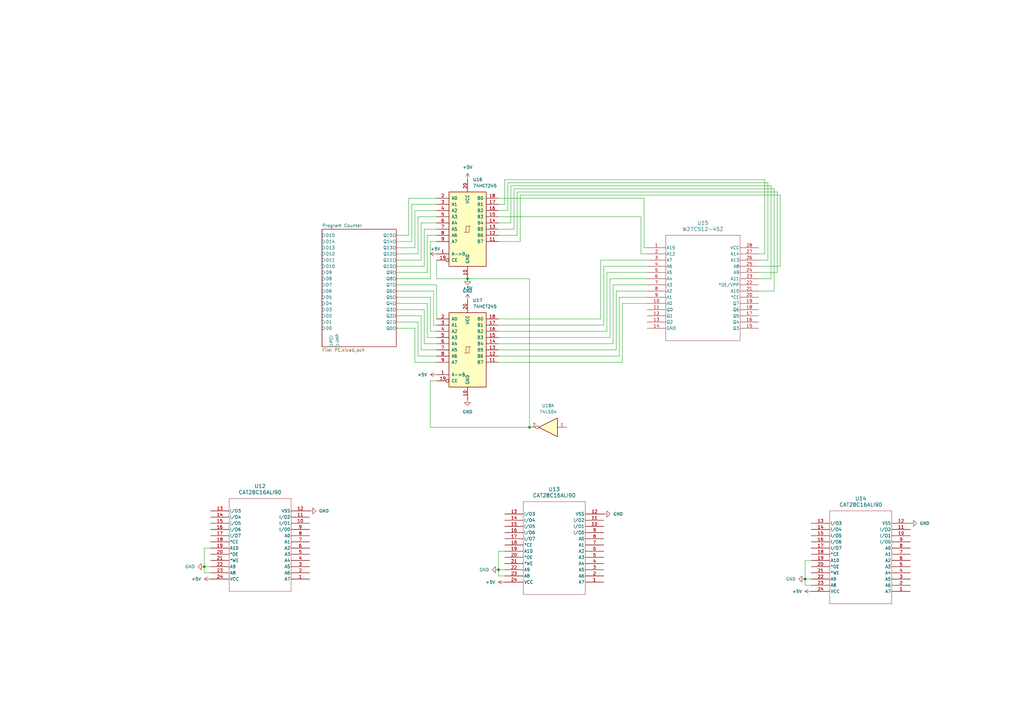
<source format=kicad_sch>
(kicad_sch (version 20231120) (generator "eeschema") (generator_version "8.0")
  (paper "A3")
  (lib_symbols
    (symbol "74xx:74LS04"
      (property "Reference" "U" (at 0 1.27 0))
      (property "Value" "74LS04" (at 0 -1.27 0))
      (symbol "74LS04_1_0"
        (polyline (pts (xy -3.81 3.81) (xy -3.81 -3.81) (xy 3.81 0) (xy -3.81 3.81)) (stroke (width 0.254)) (fill (type background)))
        (pin input line (at -7.62 0 0) (length 3.81) (name "~") (number "1"))
        (pin output inverted (at 7.62 0 180) (length 3.81) (name "~") (number "2"))
      )
      (symbol "74LS04_2_0"
        (polyline (pts (xy -3.81 3.81) (xy -3.81 -3.81) (xy 3.81 0) (xy -3.81 3.81)) (stroke (width 0.254)) (fill (type background)))
        (pin input line (at -7.62 0 0) (length 3.81) (name "~") (number "3"))
        (pin output inverted (at 7.62 0 180) (length 3.81) (name "~") (number "4"))
      )
      (symbol "74LS04_3_0"
        (polyline (pts (xy -3.81 3.81) (xy -3.81 -3.81) (xy 3.81 0) (xy -3.81 3.81)) (stroke (width 0.254)) (fill (type background)))
        (pin input line (at -7.62 0 0) (length 3.81) (name "~") (number "5"))
        (pin output inverted (at 7.62 0 180) (length 3.81) (name "~") (number "6"))
      )
      (symbol "74LS04_4_0"
        (polyline (pts (xy -3.81 3.81) (xy -3.81 -3.81) (xy 3.81 0) (xy -3.81 3.81)) (stroke (width 0.254)) (fill (type background)))
        (pin output inverted (at 7.62 0 180) (length 3.81) (name "~") (number "8"))
        (pin input line (at -7.62 0 0) (length 3.81) (name "~") (number "9"))
      )
      (symbol "74LS04_5_0"
        (polyline (pts (xy -3.81 3.81) (xy -3.81 -3.81) (xy 3.81 0) (xy -3.81 3.81)) (stroke (width 0.254)) (fill (type background)))
        (pin output inverted (at 7.62 0 180) (length 3.81) (name "~") (number "10"))
        (pin input line (at -7.62 0 0) (length 3.81) (name "~") (number "11"))
      )
      (symbol "74LS04_6_0"
        (polyline (pts (xy -3.81 3.81) (xy -3.81 -3.81) (xy 3.81 0) (xy -3.81 3.81)) (stroke (width 0.254)) (fill (type background)))
        (pin output inverted (at 7.62 0 180) (length 3.81) (name "~") (number "12"))
        (pin input line (at -7.62 0 0) (length 3.81) (name "~") (number "13"))
      )
      (symbol "74LS04_7_0"
        (pin power_in line (at 0 12.7 270) (length 5.08) (name "VCC") (number "14"))
        (pin power_in line (at 0 -12.7 90) (length 5.08) (name "GND") (number "7"))
      )
      (symbol "74LS04_7_1"
        (rectangle (start -5.08 7.62) (end 5.08 -7.62) (stroke (width 0.254)) (fill (type background)))
      )
    )
    (symbol "74xx:74LS245" (pin_names (offset 1.016))
      (property "Reference" "U" (at -7.62 16.51 0))
      (property "Value" "74LS245" (at -7.62 -16.51 0))
      (symbol "74LS245_1_0"
        (polyline (pts (xy -0.635 -1.27) (xy -0.635 1.27) (xy 0.635 1.27)))
        (polyline (pts (xy -1.27 -1.27) (xy 0.635 -1.27) (xy 0.635 1.27) (xy 1.27 1.27)))
        (pin input line (at -12.7 -10.16 0) (length 5.08) (name "A->B") (number "1"))
        (pin power_in line (at 0 -20.32 90) (length 5.08) (name "GND") (number "10"))
        (pin tri_state line (at 12.7 -5.08 180) (length 5.08) (name "B7") (number "11"))
        (pin tri_state line (at 12.7 -2.54 180) (length 5.08) (name "B6") (number "12"))
        (pin tri_state line (at 12.7 0 180) (length 5.08) (name "B5") (number "13"))
        (pin tri_state line (at 12.7 2.54 180) (length 5.08) (name "B4") (number "14"))
        (pin tri_state line (at 12.7 5.08 180) (length 5.08) (name "B3") (number "15"))
        (pin tri_state line (at 12.7 7.62 180) (length 5.08) (name "B2") (number "16"))
        (pin tri_state line (at 12.7 10.16 180) (length 5.08) (name "B1") (number "17"))
        (pin tri_state line (at 12.7 12.7 180) (length 5.08) (name "B0") (number "18"))
        (pin input inverted (at -12.7 -12.7 0) (length 5.08) (name "CE") (number "19"))
        (pin tri_state line (at -12.7 12.7 0) (length 5.08) (name "A0") (number "2"))
        (pin power_in line (at 0 20.32 270) (length 5.08) (name "VCC") (number "20"))
        (pin tri_state line (at -12.7 10.16 0) (length 5.08) (name "A1") (number "3"))
        (pin tri_state line (at -12.7 7.62 0) (length 5.08) (name "A2") (number "4"))
        (pin tri_state line (at -12.7 5.08 0) (length 5.08) (name "A3") (number "5"))
        (pin tri_state line (at -12.7 2.54 0) (length 5.08) (name "A4") (number "6"))
        (pin tri_state line (at -12.7 0 0) (length 5.08) (name "A5") (number "7"))
        (pin tri_state line (at -12.7 -2.54 0) (length 5.08) (name "A6") (number "8"))
        (pin tri_state line (at -12.7 -5.08 0) (length 5.08) (name "A7") (number "9"))
      )
      (symbol "74LS245_1_1"
        (rectangle (start -7.62 15.24) (end 7.62 -15.24) (stroke (width 0.254)) (fill (type background)))
      )
    )
    (symbol "CAT28C16AL:CAT28C16ALI90" (pin_names (offset 0.254))
      (property "Reference" "U" (at 20.32 10.16 0))
      (property "Value" "CAT28C16ALI90" (at 20.32 7.62 0))
      (symbol "CAT28C16ALI90_0_1"
        (polyline (pts (xy 7.62 -33.02) (xy 33.02 -33.02)) (stroke (width 0.127)))
        (polyline (pts (xy 7.62 5.08) (xy 7.62 -33.02)) (stroke (width 0.127)))
        (polyline (pts (xy 33.02 -33.02) (xy 33.02 5.08)) (stroke (width 0.127)))
        (polyline (pts (xy 33.02 5.08) (xy 7.62 5.08)) (stroke (width 0.127)))
        (pin input line (at 0 0 0) (length 7.62) (name "A7") (number "1"))
        (pin bidirectional line (at 0 -22.86 0) (length 7.62) (name "I/O1") (number "10"))
        (pin bidirectional line (at 0 -25.4 0) (length 7.62) (name "I/O2") (number "11"))
        (pin power_in line (at 0 -27.94 0) (length 7.62) (name "VSS") (number "12"))
        (pin bidirectional line (at 40.64 -27.94 180) (length 7.62) (name "I/O3") (number "13"))
        (pin bidirectional line (at 40.64 -25.4 180) (length 7.62) (name "I/O4") (number "14"))
        (pin bidirectional line (at 40.64 -22.86 180) (length 7.62) (name "I/O5") (number "15"))
        (pin bidirectional line (at 40.64 -20.32 180) (length 7.62) (name "I/O6") (number "16"))
        (pin bidirectional line (at 40.64 -17.78 180) (length 7.62) (name "I/O7") (number "17"))
        (pin unspecified line (at 40.64 -15.24 180) (length 7.62) (name "*CE") (number "18"))
        (pin input line (at 40.64 -12.7 180) (length 7.62) (name "A10") (number "19"))
        (pin input line (at 0 -2.54 0) (length 7.62) (name "A6") (number "2"))
        (pin output line (at 40.64 -10.16 180) (length 7.62) (name "*OE") (number "20"))
        (pin unspecified line (at 40.64 -7.62 180) (length 7.62) (name "*WE") (number "21"))
        (pin input line (at 40.64 -5.08 180) (length 7.62) (name "A9") (number "22"))
        (pin input line (at 40.64 -2.54 180) (length 7.62) (name "A8") (number "23"))
        (pin power_in line (at 40.64 0 180) (length 7.62) (name "VCC") (number "24"))
        (pin input line (at 0 -5.08 0) (length 7.62) (name "A5") (number "3"))
        (pin input line (at 0 -7.62 0) (length 7.62) (name "A4") (number "4"))
        (pin input line (at 0 -10.16 0) (length 7.62) (name "A3") (number "5"))
        (pin input line (at 0 -12.7 0) (length 7.62) (name "A2") (number "6"))
        (pin input line (at 0 -15.24 0) (length 7.62) (name "A1") (number "7"))
        (pin input line (at 0 -17.78 0) (length 7.62) (name "A0") (number "8"))
        (pin bidirectional line (at 0 -20.32 0) (length 7.62) (name "I/O0") (number "9"))
      )
    )
    (symbol "W27C512:W27C512-45Z" (pin_names (offset 0.254))
      (property "Reference" "U" (at 22.86 10.16 0))
      (property "Value" "W27C512-45Z" (at 22.86 7.62 0))
      (symbol "W27C512-45Z_0_1"
        (polyline (pts (xy 7.62 -38.1) (xy 38.1 -38.1)) (stroke (width 0.127)))
        (polyline (pts (xy 7.62 5.08) (xy 7.62 -38.1)) (stroke (width 0.127)))
        (polyline (pts (xy 38.1 -38.1) (xy 38.1 5.08)) (stroke (width 0.127)))
        (polyline (pts (xy 38.1 5.08) (xy 7.62 5.08)) (stroke (width 0.127)))
        (pin input line (at 0 0 0) (length 7.62) (name "A15") (number "1"))
        (pin input line (at 0 -22.86 0) (length 7.62) (name "A0") (number "10"))
        (pin bidirectional line (at 0 -25.4 0) (length 7.62) (name "Q0") (number "11"))
        (pin bidirectional line (at 0 -27.94 0) (length 7.62) (name "Q1") (number "12"))
        (pin bidirectional line (at 0 -30.48 0) (length 7.62) (name "Q2") (number "13"))
        (pin power_out line (at 0 -33.02 0) (length 7.62) (name "GND") (number "14"))
        (pin bidirectional line (at 45.72 -33.02 180) (length 7.62) (name "Q3") (number "15"))
        (pin bidirectional line (at 45.72 -30.48 180) (length 7.62) (name "Q4") (number "16"))
        (pin bidirectional line (at 45.72 -27.94 180) (length 7.62) (name "Q5") (number "17"))
        (pin bidirectional line (at 45.72 -25.4 180) (length 7.62) (name "Q6") (number "18"))
        (pin bidirectional line (at 45.72 -22.86 180) (length 7.62) (name "Q7") (number "19"))
        (pin input line (at 0 -2.54 0) (length 7.62) (name "A12") (number "2"))
        (pin unspecified line (at 45.72 -20.32 180) (length 7.62) (name "*CE") (number "20"))
        (pin input line (at 45.72 -17.78 180) (length 7.62) (name "A10") (number "21"))
        (pin unspecified line (at 45.72 -15.24 180) (length 7.62) (name "*OE/VPP") (number "22"))
        (pin input line (at 45.72 -12.7 180) (length 7.62) (name "A11") (number "23"))
        (pin input line (at 45.72 -10.16 180) (length 7.62) (name "A9") (number "24"))
        (pin input line (at 45.72 -7.62 180) (length 7.62) (name "A8") (number "25"))
        (pin input line (at 45.72 -5.08 180) (length 7.62) (name "A13") (number "26"))
        (pin input line (at 45.72 -2.54 180) (length 7.62) (name "A14") (number "27"))
        (pin power_in line (at 45.72 0 180) (length 7.62) (name "VCC") (number "28"))
        (pin input line (at 0 -5.08 0) (length 7.62) (name "A7") (number "3"))
        (pin input line (at 0 -7.62 0) (length 7.62) (name "A6") (number "4"))
        (pin input line (at 0 -10.16 0) (length 7.62) (name "A5") (number "5"))
        (pin input line (at 0 -12.7 0) (length 7.62) (name "A4") (number "6"))
        (pin input line (at 0 -15.24 0) (length 7.62) (name "A3") (number "7"))
        (pin input line (at 0 -17.78 0) (length 7.62) (name "A2") (number "8"))
        (pin input line (at 0 -20.32 0) (length 7.62) (name "A1") (number "9"))
      )
    )
    (symbol "power:+5V" (power) (pin_numbers hide) (pin_names (offset 0) hide)
      (property "Value" "+5V" (at 0 3.556 0))
      (symbol "+5V_0_1"
        (polyline (pts (xy -0.762 1.27) (xy 0 2.54)))
        (polyline (pts (xy 0 0) (xy 0 2.54)))
        (polyline (pts (xy 0 2.54) (xy 0.762 1.27)))
      )
      (symbol "+5V_1_1"
        (pin power_in line (at 0 0 90) (length 0) (name "~") (number "1"))
      )
    )
    (symbol "power:GND" (power) (pin_numbers hide) (pin_names (offset 0) hide)
      (property "Value" "GND" (at 0 -3.81 0))
      (symbol "GND_0_1"
        (polyline (pts (xy 0 0) (xy 0 -1.27) (xy 1.27 -1.27) (xy 0 -2.54) (xy -1.27 -1.27) (xy 0 -1.27)))
      )
      (symbol "GND_1_1"
        (pin power_in line (at 0 0 270) (length 0) (name "~") (number "1"))
      )
    )
  )
  (junction (at 217.17 175.26))
  (junction (at 204.47 233.68))
  (junction (at 191.77 114.3))
  (junction (at 330.2 237.49))
  (junction (at 83.82 232.41))
  (wire (pts (xy 255.27 148.59) (xy 255.27 124.46)))
  (wire (pts (xy 179.07 140.97) (xy 173.99 140.97)))
  (wire (pts (xy 213.36 99.06) (xy 213.36 80.01)))
  (wire (pts (xy 314.96 74.93) (xy 314.96 106.68)))
  (wire (pts (xy 170.18 101.6) (xy 162.56 101.6)))
  (wire (pts (xy 176.53 114.3) (xy 162.56 114.3)))
  (wire (pts (xy 212.09 78.74) (xy 318.77 78.74)))
  (wire (pts (xy 208.28 74.93) (xy 314.96 74.93)))
  (wire (pts (xy 171.45 146.05) (xy 171.45 132.08)))
  (wire (pts (xy 173.99 140.97) (xy 173.99 127)))
  (wire (pts (xy 207.01 73.66) (xy 313.69 73.66)))
  (wire (pts (xy 171.45 132.08) (xy 162.56 132.08)))
  (wire (pts (xy 162.56 116.84) (xy 179.07 116.84)))
  (wire (pts (xy 172.72 91.44) (xy 172.72 106.68)))
  (wire (pts (xy 320.04 80.01) (xy 320.04 109.22)))
  (wire (pts (xy 213.36 80.01) (xy 320.04 80.01)))
  (wire (pts (xy 204.47 86.36) (xy 208.28 86.36)))
  (wire (pts (xy 175.26 138.43) (xy 175.26 124.46)))
  (wire (pts (xy 179.07 93.98) (xy 173.99 93.98)))
  (wire (pts (xy 176.53 121.92) (xy 162.56 121.92)))
  (wire (pts (xy 311.15 119.38) (xy 317.5 119.38)))
  (wire (pts (xy 179.07 148.59) (xy 170.18 148.59)))
  (wire (pts (xy 86.36 224.79) (xy 83.82 224.79)))
  (wire (pts (xy 168.91 99.06) (xy 162.56 99.06)))
  (wire (pts (xy 317.5 77.47) (xy 317.5 119.38)))
  (wire (pts (xy 83.82 234.95) (xy 86.36 234.95)))
  (wire (pts (xy 179.07 91.44) (xy 172.72 91.44)))
  (wire (pts (xy 247.65 133.35) (xy 247.65 109.22)))
  (wire (pts (xy 208.28 86.36) (xy 208.28 74.93)))
  (wire (pts (xy 204.47 148.59) (xy 255.27 148.59)))
  (wire (pts (xy 318.77 78.74) (xy 318.77 111.76)))
  (wire (pts (xy 172.72 143.51) (xy 172.72 129.54)))
  (wire (pts (xy 264.16 81.28) (xy 264.16 101.6)))
  (wire (pts (xy 179.07 138.43) (xy 175.26 138.43)))
  (wire (pts (xy 162.56 106.68) (xy 172.72 106.68)))
  (wire (pts (xy 311.15 106.68) (xy 314.96 106.68)))
  (wire (pts (xy 173.99 93.98) (xy 173.99 109.22)))
  (wire (pts (xy 173.99 109.22) (xy 162.56 109.22)))
  (wire (pts (xy 179.07 133.35) (xy 177.8 133.35)))
  (wire (pts (xy 83.82 232.41) (xy 86.36 232.41)))
  (wire (pts (xy 330.2 240.03) (xy 330.2 237.49)))
  (wire (pts (xy 262.89 104.14) (xy 265.43 104.14)))
  (wire (pts (xy 176.53 99.06) (xy 176.53 114.3)))
  (wire (pts (xy 204.47 233.68) (xy 204.47 236.22)))
  (wire (pts (xy 247.65 109.22) (xy 265.43 109.22)))
  (wire (pts (xy 254 146.05) (xy 254 121.92)))
  (wire (pts (xy 204.47 233.68) (xy 207.01 233.68)))
  (wire (pts (xy 170.18 86.36) (xy 170.18 101.6)))
  (wire (pts (xy 330.2 229.87) (xy 330.2 237.49)))
  (wire (pts (xy 179.07 88.9) (xy 171.45 88.9)))
  (wire (pts (xy 204.47 81.28) (xy 264.16 81.28)))
  (wire (pts (xy 170.18 148.59) (xy 170.18 134.62)))
  (wire (pts (xy 204.47 140.97) (xy 251.46 140.97)))
  (wire (pts (xy 251.46 116.84) (xy 265.43 116.84)))
  (wire (pts (xy 254 121.92) (xy 265.43 121.92)))
  (wire (pts (xy 179.07 114.3) (xy 191.77 114.3)))
  (wire (pts (xy 252.73 143.51) (xy 252.73 119.38)))
  (wire (pts (xy 217.17 114.3) (xy 217.17 175.26)))
  (wire (pts (xy 176.53 135.89) (xy 176.53 121.92)))
  (wire (pts (xy 264.16 101.6) (xy 265.43 101.6)))
  (wire (pts (xy 179.07 96.52) (xy 175.26 96.52)))
  (wire (pts (xy 179.07 86.36) (xy 170.18 86.36)))
  (wire (pts (xy 83.82 224.79) (xy 83.82 232.41)))
  (wire (pts (xy 179.07 83.82) (xy 168.91 83.82)))
  (wire (pts (xy 250.19 114.3) (xy 265.43 114.3)))
  (wire (pts (xy 246.38 130.81) (xy 246.38 106.68)))
  (wire (pts (xy 170.18 134.62) (xy 162.56 134.62)))
  (wire (pts (xy 204.47 135.89) (xy 248.92 135.89)))
  (wire (pts (xy 207.01 226.06) (xy 204.47 226.06)))
  (wire (pts (xy 313.69 104.14) (xy 311.15 104.14)))
  (wire (pts (xy 210.82 93.98) (xy 210.82 77.47)))
  (wire (pts (xy 204.47 236.22) (xy 207.01 236.22)))
  (wire (pts (xy 320.04 109.22) (xy 311.15 109.22)))
  (wire (pts (xy 251.46 140.97) (xy 251.46 116.84)))
  (wire (pts (xy 209.55 91.44) (xy 209.55 76.2)))
  (wire (pts (xy 179.07 156.21) (xy 176.53 156.21)))
  (wire (pts (xy 204.47 133.35) (xy 247.65 133.35)))
  (wire (pts (xy 210.82 77.47) (xy 317.5 77.47)))
  (wire (pts (xy 204.47 130.81) (xy 246.38 130.81)))
  (wire (pts (xy 171.45 104.14) (xy 162.56 104.14)))
  (wire (pts (xy 248.92 135.89) (xy 248.92 111.76)))
  (wire (pts (xy 173.99 127) (xy 162.56 127)))
  (wire (pts (xy 204.47 88.9) (xy 262.89 88.9)))
  (wire (pts (xy 332.74 240.03) (xy 330.2 240.03)))
  (wire (pts (xy 204.47 96.52) (xy 212.09 96.52)))
  (wire (pts (xy 171.45 88.9) (xy 171.45 104.14)))
  (wire (pts (xy 175.26 124.46) (xy 162.56 124.46)))
  (wire (pts (xy 167.64 81.28) (xy 167.64 96.52)))
  (wire (pts (xy 175.26 96.52) (xy 175.26 111.76)))
  (wire (pts (xy 177.8 119.38) (xy 162.56 119.38)))
  (wire (pts (xy 262.89 88.9) (xy 262.89 104.14)))
  (wire (pts (xy 179.07 135.89) (xy 176.53 135.89)))
  (wire (pts (xy 204.47 93.98) (xy 210.82 93.98)))
  (wire (pts (xy 176.53 156.21) (xy 176.53 175.26)))
  (wire (pts (xy 179.07 99.06) (xy 176.53 99.06)))
  (wire (pts (xy 204.47 138.43) (xy 250.19 138.43)))
  (wire (pts (xy 179.07 106.68) (xy 179.07 114.3)))
  (wire (pts (xy 332.74 229.87) (xy 330.2 229.87)))
  (wire (pts (xy 191.77 114.3) (xy 217.17 114.3)))
  (wire (pts (xy 172.72 129.54) (xy 162.56 129.54)))
  (wire (pts (xy 177.8 133.35) (xy 177.8 119.38)))
  (wire (pts (xy 176.53 175.26) (xy 217.17 175.26)))
  (wire (pts (xy 179.07 143.51) (xy 172.72 143.51)))
  (wire (pts (xy 248.92 111.76) (xy 265.43 111.76)))
  (wire (pts (xy 318.77 111.76) (xy 311.15 111.76)))
  (wire (pts (xy 212.09 96.52) (xy 212.09 78.74)))
  (wire (pts (xy 83.82 232.41) (xy 83.82 234.95)))
  (wire (pts (xy 204.47 226.06) (xy 204.47 233.68)))
  (wire (pts (xy 204.47 91.44) (xy 209.55 91.44)))
  (wire (pts (xy 246.38 106.68) (xy 265.43 106.68)))
  (wire (pts (xy 204.47 143.51) (xy 252.73 143.51)))
  (wire (pts (xy 168.91 83.82) (xy 168.91 99.06)))
  (wire (pts (xy 316.23 114.3) (xy 316.23 76.2)))
  (wire (pts (xy 204.47 83.82) (xy 207.01 83.82)))
  (wire (pts (xy 250.19 138.43) (xy 250.19 114.3)))
  (wire (pts (xy 207.01 83.82) (xy 207.01 73.66)))
  (wire (pts (xy 330.2 237.49) (xy 332.74 237.49)))
  (wire (pts (xy 204.47 99.06) (xy 213.36 99.06)))
  (wire (pts (xy 179.07 130.81) (xy 179.07 116.84)))
  (wire (pts (xy 313.69 73.66) (xy 313.69 104.14)))
  (wire (pts (xy 167.64 96.52) (xy 162.56 96.52)))
  (wire (pts (xy 311.15 114.3) (xy 316.23 114.3)))
  (wire (pts (xy 252.73 119.38) (xy 265.43 119.38)))
  (wire (pts (xy 255.27 124.46) (xy 265.43 124.46)))
  (wire (pts (xy 175.26 111.76) (xy 162.56 111.76)))
  (wire (pts (xy 204.47 146.05) (xy 254 146.05)))
  (wire (pts (xy 179.07 81.28) (xy 167.64 81.28)))
  (wire (pts (xy 209.55 76.2) (xy 316.23 76.2)))
  (wire (pts (xy 179.07 146.05) (xy 171.45 146.05)))
  (symbol (lib_id "CAT28C16AL:CAT28C16ALI90") (at 247.65 238.76 180) (unit 1)
    (property "Reference" "U13" (at 227.33 200.66 0) (effects (font (size 1.524 1.524))))
    (property "Value" "CAT28C16ALI90" (at 227.33 203.2 0) (effects (font (size 1.524 1.524))))
    (property "Footprint" "PDIP24_14P73X32P25_ONS" (effects (hide yes)))
    (property "Datasheet" "CAT28C16ALI90" (effects (hide yes)))
  )
  (symbol (lib_id "74xx:74LS245") (at 191.77 93.98 0) (unit 1)
    (property "Reference" "U16" (at 193.9641 73.66 0) (effects (justify left)))
    (property "Value" "74HCT245" (at 193.9641 76.2 0) (effects (justify left)))
    (property "Datasheet" "http://www.ti.com/lit/gpn/sn74LS245" (effects (hide yes)))
    (property "Description" "Octal BUS Transceivers, 3-State outputs" (effects (hide yes)))
  )
  (symbol (lib_id "power:GND") (at 127 209.55 90) (unit 1)
    (property "Reference" "#PWR014" (effects (hide yes)))
    (property "Value" "GND" (at 130.81 209.5499 90) (effects (justify right)))
    (property "Description" "Power symbol creates a global label with name \"GND\" , ground" (effects (hide yes)))
  )
  (symbol (lib_id "CAT28C16AL:CAT28C16ALI90") (at 373.38 242.57 180) (unit 1)
    (property "Reference" "U14" (at 353.06 204.47 0) (effects (font (size 1.524 1.524))))
    (property "Value" "CAT28C16ALI90" (at 353.06 207.01 0) (effects (font (size 1.524 1.524))))
    (property "Footprint" "PDIP24_14P73X32P25_ONS" (effects (hide yes)))
    (property "Datasheet" "CAT28C16ALI90" (effects (hide yes)))
  )
  (symbol (lib_id "74xx:74LS245") (at 191.77 143.51 0) (unit 1)
    (property "Reference" "U17" (at 193.9641 123.19 0) (effects (justify left)))
    (property "Value" "74HCT245" (at 193.9641 125.73 0) (effects (justify left)))
    (property "Datasheet" "http://www.ti.com/lit/gpn/sn74LS245" (effects (hide yes)))
    (property "Description" "Octal BUS Transceivers, 3-State outputs" (effects (hide yes)))
  )
  (symbol (lib_id "power:GND") (at 204.47 233.68 270) (unit 1)
    (property "Reference" "#PWR016" (effects (hide yes)))
    (property "Value" "GND" (at 200.66 233.6799 90) (effects (justify right)))
    (property "Description" "Power symbol creates a global label with name \"GND\" , ground" (effects (hide yes)))
  )
  (symbol (lib_id "power:GND") (at 191.77 163.83 0) (unit 1)
    (property "Reference" "#PWR018" (effects (hide yes)))
    (property "Value" "GND" (at 191.77 168.91 0))
    (property "Description" "Power symbol creates a global label with name \"GND\" , ground" (effects (hide yes)))
  )
  (symbol (lib_id "power:+5V") (at 191.77 73.66 0) (unit 1)
    (property "Reference" "#PWR020" (effects (hide yes)))
    (property "Value" "+5V" (at 191.77 68.58 0))
    (property "Description" "Power symbol creates a global label with name \"+5V\"" (effects (hide yes)))
  )
  (symbol (lib_id "power:+5V") (at 179.07 104.14 90) (unit 1)
    (property "Reference" "#PWR023" (effects (hide yes)))
    (property "Value" "+5V" (at 180.594 102.108 90) (effects (justify left)))
    (property "Description" "Power symbol creates a global label with name \"+5V\"" (effects (hide yes)))
  )
  (symbol (lib_id "power:GND") (at 373.38 214.63 90) (unit 1)
    (property "Reference" "#PWR012" (effects (hide yes)))
    (property "Value" "GND" (at 377.19 214.6299 90) (effects (justify right)))
    (property "Description" "Power symbol creates a global label with name \"GND\" , ground" (effects (hide yes)))
  )
  (symbol (lib_id "power:GND") (at 83.82 232.41 270) (unit 1)
    (property "Reference" "#PWR015" (effects (hide yes)))
    (property "Value" "GND" (at 80.01 232.4099 90) (effects (justify right)))
    (property "Description" "Power symbol creates a global label with name \"GND\" , ground" (effects (hide yes)))
  )
  (symbol (lib_id "74xx:74LS04") (at 224.79 175.26 180) (unit 1)
    (property "Reference" "U18" (at 224.79 166.37 0))
    (property "Value" "74LS04" (at 224.79 168.91 0))
    (property "Datasheet" "http://www.ti.com/lit/gpn/sn74LS04" (effects (hide yes)))
    (property "Description" "Hex Inverter" (effects (hide yes)))
  )
  (symbol (lib_id "power:GND") (at 191.77 114.3 0) (unit 1)
    (property "Reference" "#PWR019" (effects (hide yes)))
    (property "Value" "GND" (at 191.77 119.38 0))
    (property "Description" "Power symbol creates a global label with name \"GND\" , ground" (effects (hide yes)))
  )
  (symbol (lib_id "power:+5V") (at 207.01 238.76 90) (unit 1)
    (property "Reference" "#PWR09" (effects (hide yes)))
    (property "Value" "+5V" (at 203.2 238.7599 90) (effects (justify left)))
    (property "Description" "Power symbol creates a global label with name \"+5V\"" (effects (hide yes)))
  )
  (symbol (lib_id "power:+5V") (at 332.74 242.57 90) (unit 1)
    (property "Reference" "#PWR011" (effects (hide yes)))
    (property "Value" "+5V" (at 328.93 242.5699 90) (effects (justify left)))
    (property "Description" "Power symbol creates a global label with name \"+5V\"" (effects (hide yes)))
  )
  (symbol (lib_id "power:GND") (at 247.65 210.82 90) (unit 1)
    (property "Reference" "#PWR013" (effects (hide yes)))
    (property "Value" "GND" (at 251.46 210.8199 90) (effects (justify right)))
    (property "Description" "Power symbol creates a global label with name \"GND\" , ground" (effects (hide yes)))
  )
  (symbol (lib_id "power:+5V") (at 179.07 153.67 90) (unit 1)
    (property "Reference" "#PWR022" (effects (hide yes)))
    (property "Value" "+5V" (at 175.26 153.6699 90) (effects (justify left)))
    (property "Description" "Power symbol creates a global label with name \"+5V\"" (effects (hide yes)))
  )
  (symbol (lib_id "CAT28C16AL:CAT28C16ALI90") (at 127 237.49 180) (unit 1)
    (property "Reference" "U12" (at 106.68 199.39 0) (effects (font (size 1.524 1.524))))
    (property "Value" "CAT28C16ALI90" (at 106.68 201.93 0) (effects (font (size 1.524 1.524))))
    (property "Footprint" "PDIP24_14P73X32P25_ONS" (effects (hide yes)))
    (property "Datasheet" "CAT28C16ALI90" (effects (hide yes)))
  )
  (symbol (lib_id "power:+5V") (at 191.77 123.19 0) (unit 1)
    (property "Reference" "#PWR021" (effects (hide yes)))
    (property "Value" "+5V" (at 191.77 118.11 0))
    (property "Description" "Power symbol creates a global label with name \"+5V\"" (effects (hide yes)))
  )
  (symbol (lib_id "W27C512:W27C512-45Z") (at 265.43 101.6 0) (unit 1)
    (property "Reference" "U15" (at 288.29 91.44 0) (effects (font (size 1.524 1.524))))
    (property "Value" "W27C512-45Z" (at 288.29 93.98 0) (effects (font (size 1.524 1.524))))
    (property "Footprint" "28P-DIP" (effects (hide yes)))
    (property "Datasheet" "W27C512-45Z" (effects (hide yes)))
  )
  (symbol (lib_id "power:GND") (at 330.2 237.49 270) (unit 1)
    (property "Reference" "#PWR017" (effects (hide yes)))
    (property "Value" "GND" (at 326.39 237.4899 90) (effects (justify right)))
    (property "Description" "Power symbol creates a global label with name \"GND\" , ground" (effects (hide yes)))
  )
  (symbol (lib_id "power:+5V") (at 86.36 237.49 90) (unit 1)
    (property "Reference" "#PWR010" (effects (hide yes)))
    (property "Value" "+5V" (at 82.55 237.4899 90) (effects (justify left)))
    (property "Description" "Power symbol creates a global label with name \"+5V\"" (effects (hide yes)))
  )
  (sheet (at 132.08 93.98) (size 30.48 48.26) (stroke (width 0.1524))
    (property "Sheetname" "Program Counter" (at 132.08 93.2684 0) (effects (justify left bottom)))
    (property "Sheetfile" "PC.kicad_sch" (at 132.08 142.8246 0) (effects (justify left top)))
    (pin "PCI" input (at 135.89 142.24 270))
    (pin "D14" input (at 132.08 99.06 180))
    (pin "D15" input (at 132.08 96.52 180))
    (pin "D12" input (at 132.08 104.14 180))
    (pin "D13" input (at 132.08 101.6 180))
    (pin "Q12" output (at 162.56 104.14 0))
    (pin "Q13" output (at 162.56 101.6 0))
    (pin "Q14" output (at 162.56 99.06 0))
    (pin "Q15" output (at 162.56 96.52 0))
    (pin "Q6" output (at 162.56 119.38 0))
    (pin "Q4" output (at 162.56 124.46 0))
    (pin "Q5" output (at 162.56 121.92 0))
    (pin "Q7" output (at 162.56 116.84 0))
    (pin "Q0" output (at 162.56 134.62 0))
    (pin "Q1" output (at 162.56 132.08 0))
    (pin "Q2" output (at 162.56 129.54 0))
    (pin "Q3" output (at 162.56 127 0))
    (pin "D5" input (at 132.08 121.92 180))
    (pin "D6" input (at 132.08 119.38 180))
    (pin "D7" input (at 132.08 116.84 180))
    (pin "D8" input (at 132.08 114.3 180))
    (pin "JMP" input (at 138.43 142.24 270))
    (pin "D3" input (at 132.08 127 180))
    (pin "D2" input (at 132.08 129.54 180))
    (pin "D1" input (at 132.08 132.08 180))
    (pin "D0" input (at 132.08 134.62 180))
    (pin "D9" input (at 132.08 111.76 180))
    (pin "D10" input (at 132.08 109.22 180))
    (pin "D11" input (at 132.08 106.68 180))
    (pin "Q10" output (at 162.56 109.22 0))
    (pin "Q8" output (at 162.56 114.3 0))
    (pin "Q9" output (at 162.56 111.76 0))
    (pin "Q11" output (at 162.56 106.68 0))
    (pin "D4" input (at 132.08 124.46 180))
  )
)
</source>
